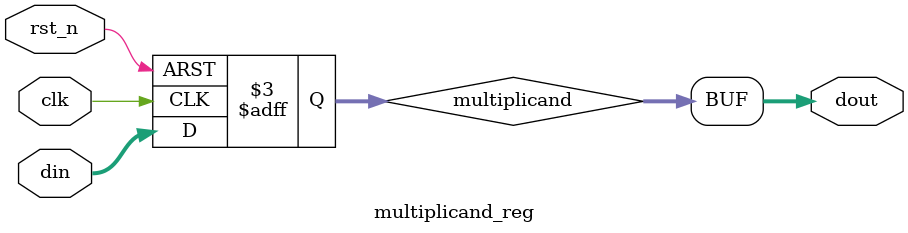
<source format=sv>
/**
 * @file multiplicand_reg.sv
 * @brief register with parameterized width for multiplicand.
 *
 * @author Ivan Biundo
 * @date 01/03/2025
 */

 module multiplicand_reg #(
     parameter int WIDTH = 8
 ) (
     input  logic clk,
     input  logic rst_n,
     input  logic [WIDTH-1:0] din,
     output logic [WIDTH-1:0] dout
 );
   reg [WIDTH-1:0] multiplicand;

   always_ff @(posedge clk or negedge rst_n) begin
     if (!rst_n) begin
       multiplicand <= 'h0;
     end else begin
       multiplicand <= din;
     end
   end
   assign dout = multiplicand;
endmodule

</source>
